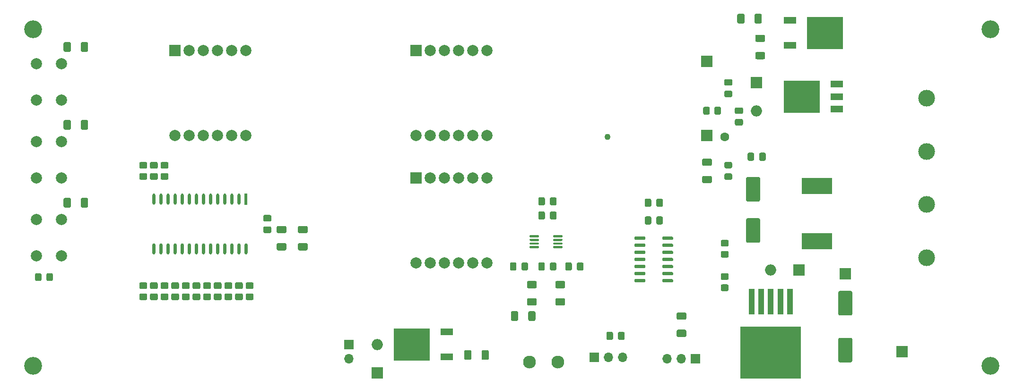
<source format=gbr>
%TF.GenerationSoftware,KiCad,Pcbnew,(5.1.9)-1*%
%TF.CreationDate,2021-10-09T23:30:21-04:00*%
%TF.ProjectId,Control Board,436f6e74-726f-46c2-9042-6f6172642e6b,rev?*%
%TF.SameCoordinates,Original*%
%TF.FileFunction,Soldermask,Top*%
%TF.FilePolarity,Negative*%
%FSLAX46Y46*%
G04 Gerber Fmt 4.6, Leading zero omitted, Abs format (unit mm)*
G04 Created by KiCad (PCBNEW (5.1.9)-1) date 2021-10-09 23:30:21*
%MOMM*%
%LPD*%
G01*
G04 APERTURE LIST*
%ADD10R,6.400000X5.800000*%
%ADD11R,2.200000X1.200000*%
%ADD12C,2.000000*%
%ADD13C,3.200000*%
%ADD14R,10.800000X9.400000*%
%ADD15R,1.100000X4.600000*%
%ADD16R,5.400000X2.900000*%
%ADD17O,2.000000X2.000000*%
%ADD18R,2.000000X2.000000*%
%ADD19O,1.700000X1.700000*%
%ADD20R,1.700000X1.700000*%
%ADD21R,0.541585X2.002791*%
%ADD22C,3.000000*%
%ADD23C,1.100000*%
%ADD24C,1.600000*%
%ADD25C,2.300000*%
G04 APERTURE END LIST*
D10*
%TO.C,U2*%
X209990000Y-61595000D03*
D11*
X216290000Y-59315000D03*
X216290000Y-61595000D03*
X216290000Y-63875000D03*
%TD*%
D12*
%TO.C,SW2*%
X77470000Y-69700000D03*
X72970000Y-69700000D03*
X77470000Y-76200000D03*
X72970000Y-76200000D03*
%TD*%
D13*
%TO.C,H1*%
X72390000Y-49530000D03*
%TD*%
%TO.C,H2*%
X72390000Y-109855000D03*
%TD*%
%TO.C,H4*%
X243840000Y-109855000D03*
%TD*%
%TO.C,H3*%
X243840000Y-49530000D03*
%TD*%
D14*
%TO.C,U5*%
X204470000Y-107515000D03*
D15*
X201070000Y-98365000D03*
X202770000Y-98365000D03*
X204470000Y-98365000D03*
X206170000Y-98365000D03*
X207870000Y-98365000D03*
%TD*%
%TO.C,R32*%
G36*
G01*
X195764999Y-89300000D02*
X196665001Y-89300000D01*
G75*
G02*
X196915000Y-89549999I0J-249999D01*
G01*
X196915000Y-90250001D01*
G75*
G02*
X196665001Y-90500000I-249999J0D01*
G01*
X195764999Y-90500000D01*
G75*
G02*
X195515000Y-90250001I0J249999D01*
G01*
X195515000Y-89549999D01*
G75*
G02*
X195764999Y-89300000I249999J0D01*
G01*
G37*
G36*
G01*
X195764999Y-87300000D02*
X196665001Y-87300000D01*
G75*
G02*
X196915000Y-87549999I0J-249999D01*
G01*
X196915000Y-88250001D01*
G75*
G02*
X196665001Y-88500000I-249999J0D01*
G01*
X195764999Y-88500000D01*
G75*
G02*
X195515000Y-88250001I0J249999D01*
G01*
X195515000Y-87549999D01*
G75*
G02*
X195764999Y-87300000I249999J0D01*
G01*
G37*
%TD*%
%TO.C,R31*%
G36*
G01*
X195764999Y-95285000D02*
X196665001Y-95285000D01*
G75*
G02*
X196915000Y-95534999I0J-249999D01*
G01*
X196915000Y-96235001D01*
G75*
G02*
X196665001Y-96485000I-249999J0D01*
G01*
X195764999Y-96485000D01*
G75*
G02*
X195515000Y-96235001I0J249999D01*
G01*
X195515000Y-95534999D01*
G75*
G02*
X195764999Y-95285000I249999J0D01*
G01*
G37*
G36*
G01*
X195764999Y-93285000D02*
X196665001Y-93285000D01*
G75*
G02*
X196915000Y-93534999I0J-249999D01*
G01*
X196915000Y-94235001D01*
G75*
G02*
X196665001Y-94485000I-249999J0D01*
G01*
X195764999Y-94485000D01*
G75*
G02*
X195515000Y-94235001I0J249999D01*
G01*
X195515000Y-93534999D01*
G75*
G02*
X195764999Y-93285000I249999J0D01*
G01*
G37*
%TD*%
D16*
%TO.C,L1*%
X212725000Y-77600000D03*
X212725000Y-87500000D03*
%TD*%
D17*
%TO.C,D6*%
X204470000Y-92710000D03*
D18*
X209550000Y-92710000D03*
%TD*%
%TO.C,C15*%
G36*
G01*
X202380000Y-72865000D02*
X202380000Y-71915000D01*
G75*
G02*
X202630000Y-71665000I250000J0D01*
G01*
X203305000Y-71665000D01*
G75*
G02*
X203555000Y-71915000I0J-250000D01*
G01*
X203555000Y-72865000D01*
G75*
G02*
X203305000Y-73115000I-250000J0D01*
G01*
X202630000Y-73115000D01*
G75*
G02*
X202380000Y-72865000I0J250000D01*
G01*
G37*
G36*
G01*
X200305000Y-72865000D02*
X200305000Y-71915000D01*
G75*
G02*
X200555000Y-71665000I250000J0D01*
G01*
X201230000Y-71665000D01*
G75*
G02*
X201480000Y-71915000I0J-250000D01*
G01*
X201480000Y-72865000D01*
G75*
G02*
X201230000Y-73115000I-250000J0D01*
G01*
X200555000Y-73115000D01*
G75*
G02*
X200305000Y-72865000I0J250000D01*
G01*
G37*
%TD*%
%TO.C,C14*%
G36*
G01*
X200295000Y-83415000D02*
X202295000Y-83415000D01*
G75*
G02*
X202545000Y-83665000I0J-250000D01*
G01*
X202545000Y-87565000D01*
G75*
G02*
X202295000Y-87815000I-250000J0D01*
G01*
X200295000Y-87815000D01*
G75*
G02*
X200045000Y-87565000I0J250000D01*
G01*
X200045000Y-83665000D01*
G75*
G02*
X200295000Y-83415000I250000J0D01*
G01*
G37*
G36*
G01*
X200295000Y-76015000D02*
X202295000Y-76015000D01*
G75*
G02*
X202545000Y-76265000I0J-250000D01*
G01*
X202545000Y-80165000D01*
G75*
G02*
X202295000Y-80415000I-250000J0D01*
G01*
X200295000Y-80415000D01*
G75*
G02*
X200045000Y-80165000I0J250000D01*
G01*
X200045000Y-76265000D01*
G75*
G02*
X200295000Y-76015000I250000J0D01*
G01*
G37*
%TD*%
%TO.C,C13*%
G36*
G01*
X216805000Y-104870000D02*
X218805000Y-104870000D01*
G75*
G02*
X219055000Y-105120000I0J-250000D01*
G01*
X219055000Y-109020000D01*
G75*
G02*
X218805000Y-109270000I-250000J0D01*
G01*
X216805000Y-109270000D01*
G75*
G02*
X216555000Y-109020000I0J250000D01*
G01*
X216555000Y-105120000D01*
G75*
G02*
X216805000Y-104870000I250000J0D01*
G01*
G37*
G36*
G01*
X216805000Y-96470000D02*
X218805000Y-96470000D01*
G75*
G02*
X219055000Y-96720000I0J-250000D01*
G01*
X219055000Y-100620000D01*
G75*
G02*
X218805000Y-100870000I-250000J0D01*
G01*
X216805000Y-100870000D01*
G75*
G02*
X216555000Y-100620000I0J250000D01*
G01*
X216555000Y-96720000D01*
G75*
G02*
X216805000Y-96470000I250000J0D01*
G01*
G37*
%TD*%
D17*
%TO.C,D5*%
X133985000Y-106045000D03*
D18*
X133985000Y-111125000D03*
%TD*%
%TO.C,R34*%
G36*
G01*
X201940000Y-53605000D02*
X203190000Y-53605000D01*
G75*
G02*
X203440000Y-53855000I0J-250000D01*
G01*
X203440000Y-54655000D01*
G75*
G02*
X203190000Y-54905000I-250000J0D01*
G01*
X201940000Y-54905000D01*
G75*
G02*
X201690000Y-54655000I0J250000D01*
G01*
X201690000Y-53855000D01*
G75*
G02*
X201940000Y-53605000I250000J0D01*
G01*
G37*
G36*
G01*
X201940000Y-50505000D02*
X203190000Y-50505000D01*
G75*
G02*
X203440000Y-50755000I0J-250000D01*
G01*
X203440000Y-51555000D01*
G75*
G02*
X203190000Y-51805000I-250000J0D01*
G01*
X201940000Y-51805000D01*
G75*
G02*
X201690000Y-51555000I0J250000D01*
G01*
X201690000Y-50755000D01*
G75*
G02*
X201940000Y-50505000I250000J0D01*
G01*
G37*
%TD*%
%TO.C,TP4*%
X227965000Y-107315000D03*
%TD*%
%TO.C,TP3*%
X193040000Y-68580000D03*
%TD*%
%TO.C,TP2*%
X193040000Y-55245000D03*
%TD*%
%TO.C,TP1*%
X217805000Y-93345000D03*
%TD*%
%TO.C,R33*%
G36*
G01*
X152665000Y-108575000D02*
X152665000Y-107325000D01*
G75*
G02*
X152915000Y-107075000I250000J0D01*
G01*
X153715000Y-107075000D01*
G75*
G02*
X153965000Y-107325000I0J-250000D01*
G01*
X153965000Y-108575000D01*
G75*
G02*
X153715000Y-108825000I-250000J0D01*
G01*
X152915000Y-108825000D01*
G75*
G02*
X152665000Y-108575000I0J250000D01*
G01*
G37*
G36*
G01*
X149565000Y-108575000D02*
X149565000Y-107325000D01*
G75*
G02*
X149815000Y-107075000I250000J0D01*
G01*
X150615000Y-107075000D01*
G75*
G02*
X150865000Y-107325000I0J-250000D01*
G01*
X150865000Y-108575000D01*
G75*
G02*
X150615000Y-108825000I-250000J0D01*
G01*
X149815000Y-108825000D01*
G75*
G02*
X149565000Y-108575000I0J250000D01*
G01*
G37*
%TD*%
D10*
%TO.C,Q2*%
X140140000Y-106045000D03*
D11*
X146440000Y-103765000D03*
X146440000Y-108325000D03*
%TD*%
D19*
%TO.C,J6*%
X128905000Y-108585000D03*
D20*
X128905000Y-106045000D03*
%TD*%
%TO.C,U1*%
G36*
G01*
X185015000Y-87145000D02*
X185015000Y-86845000D01*
G75*
G02*
X185165000Y-86695000I150000J0D01*
G01*
X186815000Y-86695000D01*
G75*
G02*
X186965000Y-86845000I0J-150000D01*
G01*
X186965000Y-87145000D01*
G75*
G02*
X186815000Y-87295000I-150000J0D01*
G01*
X185165000Y-87295000D01*
G75*
G02*
X185015000Y-87145000I0J150000D01*
G01*
G37*
G36*
G01*
X185015000Y-88415000D02*
X185015000Y-88115000D01*
G75*
G02*
X185165000Y-87965000I150000J0D01*
G01*
X186815000Y-87965000D01*
G75*
G02*
X186965000Y-88115000I0J-150000D01*
G01*
X186965000Y-88415000D01*
G75*
G02*
X186815000Y-88565000I-150000J0D01*
G01*
X185165000Y-88565000D01*
G75*
G02*
X185015000Y-88415000I0J150000D01*
G01*
G37*
G36*
G01*
X185015000Y-89685000D02*
X185015000Y-89385000D01*
G75*
G02*
X185165000Y-89235000I150000J0D01*
G01*
X186815000Y-89235000D01*
G75*
G02*
X186965000Y-89385000I0J-150000D01*
G01*
X186965000Y-89685000D01*
G75*
G02*
X186815000Y-89835000I-150000J0D01*
G01*
X185165000Y-89835000D01*
G75*
G02*
X185015000Y-89685000I0J150000D01*
G01*
G37*
G36*
G01*
X185015000Y-90955000D02*
X185015000Y-90655000D01*
G75*
G02*
X185165000Y-90505000I150000J0D01*
G01*
X186815000Y-90505000D01*
G75*
G02*
X186965000Y-90655000I0J-150000D01*
G01*
X186965000Y-90955000D01*
G75*
G02*
X186815000Y-91105000I-150000J0D01*
G01*
X185165000Y-91105000D01*
G75*
G02*
X185015000Y-90955000I0J150000D01*
G01*
G37*
G36*
G01*
X185015000Y-92225000D02*
X185015000Y-91925000D01*
G75*
G02*
X185165000Y-91775000I150000J0D01*
G01*
X186815000Y-91775000D01*
G75*
G02*
X186965000Y-91925000I0J-150000D01*
G01*
X186965000Y-92225000D01*
G75*
G02*
X186815000Y-92375000I-150000J0D01*
G01*
X185165000Y-92375000D01*
G75*
G02*
X185015000Y-92225000I0J150000D01*
G01*
G37*
G36*
G01*
X185015000Y-93495000D02*
X185015000Y-93195000D01*
G75*
G02*
X185165000Y-93045000I150000J0D01*
G01*
X186815000Y-93045000D01*
G75*
G02*
X186965000Y-93195000I0J-150000D01*
G01*
X186965000Y-93495000D01*
G75*
G02*
X186815000Y-93645000I-150000J0D01*
G01*
X185165000Y-93645000D01*
G75*
G02*
X185015000Y-93495000I0J150000D01*
G01*
G37*
G36*
G01*
X185015000Y-94765000D02*
X185015000Y-94465000D01*
G75*
G02*
X185165000Y-94315000I150000J0D01*
G01*
X186815000Y-94315000D01*
G75*
G02*
X186965000Y-94465000I0J-150000D01*
G01*
X186965000Y-94765000D01*
G75*
G02*
X186815000Y-94915000I-150000J0D01*
G01*
X185165000Y-94915000D01*
G75*
G02*
X185015000Y-94765000I0J150000D01*
G01*
G37*
G36*
G01*
X180065000Y-94765000D02*
X180065000Y-94465000D01*
G75*
G02*
X180215000Y-94315000I150000J0D01*
G01*
X181865000Y-94315000D01*
G75*
G02*
X182015000Y-94465000I0J-150000D01*
G01*
X182015000Y-94765000D01*
G75*
G02*
X181865000Y-94915000I-150000J0D01*
G01*
X180215000Y-94915000D01*
G75*
G02*
X180065000Y-94765000I0J150000D01*
G01*
G37*
G36*
G01*
X180065000Y-93495000D02*
X180065000Y-93195000D01*
G75*
G02*
X180215000Y-93045000I150000J0D01*
G01*
X181865000Y-93045000D01*
G75*
G02*
X182015000Y-93195000I0J-150000D01*
G01*
X182015000Y-93495000D01*
G75*
G02*
X181865000Y-93645000I-150000J0D01*
G01*
X180215000Y-93645000D01*
G75*
G02*
X180065000Y-93495000I0J150000D01*
G01*
G37*
G36*
G01*
X180065000Y-92225000D02*
X180065000Y-91925000D01*
G75*
G02*
X180215000Y-91775000I150000J0D01*
G01*
X181865000Y-91775000D01*
G75*
G02*
X182015000Y-91925000I0J-150000D01*
G01*
X182015000Y-92225000D01*
G75*
G02*
X181865000Y-92375000I-150000J0D01*
G01*
X180215000Y-92375000D01*
G75*
G02*
X180065000Y-92225000I0J150000D01*
G01*
G37*
G36*
G01*
X180065000Y-90955000D02*
X180065000Y-90655000D01*
G75*
G02*
X180215000Y-90505000I150000J0D01*
G01*
X181865000Y-90505000D01*
G75*
G02*
X182015000Y-90655000I0J-150000D01*
G01*
X182015000Y-90955000D01*
G75*
G02*
X181865000Y-91105000I-150000J0D01*
G01*
X180215000Y-91105000D01*
G75*
G02*
X180065000Y-90955000I0J150000D01*
G01*
G37*
G36*
G01*
X180065000Y-89685000D02*
X180065000Y-89385000D01*
G75*
G02*
X180215000Y-89235000I150000J0D01*
G01*
X181865000Y-89235000D01*
G75*
G02*
X182015000Y-89385000I0J-150000D01*
G01*
X182015000Y-89685000D01*
G75*
G02*
X181865000Y-89835000I-150000J0D01*
G01*
X180215000Y-89835000D01*
G75*
G02*
X180065000Y-89685000I0J150000D01*
G01*
G37*
G36*
G01*
X180065000Y-88415000D02*
X180065000Y-88115000D01*
G75*
G02*
X180215000Y-87965000I150000J0D01*
G01*
X181865000Y-87965000D01*
G75*
G02*
X182015000Y-88115000I0J-150000D01*
G01*
X182015000Y-88415000D01*
G75*
G02*
X181865000Y-88565000I-150000J0D01*
G01*
X180215000Y-88565000D01*
G75*
G02*
X180065000Y-88415000I0J150000D01*
G01*
G37*
G36*
G01*
X180065000Y-87145000D02*
X180065000Y-86845000D01*
G75*
G02*
X180215000Y-86695000I150000J0D01*
G01*
X181865000Y-86695000D01*
G75*
G02*
X182015000Y-86845000I0J-150000D01*
G01*
X182015000Y-87145000D01*
G75*
G02*
X181865000Y-87295000I-150000J0D01*
G01*
X180215000Y-87295000D01*
G75*
G02*
X180065000Y-87145000I0J150000D01*
G01*
G37*
%TD*%
D12*
%TO.C,DS3*%
X97790000Y-68580000D03*
X100330000Y-68580000D03*
X102870000Y-68580000D03*
X105410000Y-68580000D03*
X107950000Y-68580000D03*
X110490000Y-68580000D03*
X110490000Y-53340000D03*
X107950000Y-53340000D03*
X105410000Y-53340000D03*
X102870000Y-53340000D03*
X100330000Y-53340000D03*
D18*
X97790000Y-53340000D03*
%TD*%
D10*
%TO.C,Q1*%
X214190000Y-50165000D03*
D11*
X207890000Y-52445000D03*
X207890000Y-47885000D03*
%TD*%
%TO.C,D3*%
G36*
G01*
X74745000Y-94430001D02*
X74745000Y-93529999D01*
G75*
G02*
X74994999Y-93280000I249999J0D01*
G01*
X75645001Y-93280000D01*
G75*
G02*
X75895000Y-93529999I0J-249999D01*
G01*
X75895000Y-94430001D01*
G75*
G02*
X75645001Y-94680000I-249999J0D01*
G01*
X74994999Y-94680000D01*
G75*
G02*
X74745000Y-94430001I0J249999D01*
G01*
G37*
G36*
G01*
X72695000Y-94430001D02*
X72695000Y-93529999D01*
G75*
G02*
X72944999Y-93280000I249999J0D01*
G01*
X73595001Y-93280000D01*
G75*
G02*
X73845000Y-93529999I0J-249999D01*
G01*
X73845000Y-94430001D01*
G75*
G02*
X73595001Y-94680000I-249999J0D01*
G01*
X72944999Y-94680000D01*
G75*
G02*
X72695000Y-94430001I0J249999D01*
G01*
G37*
%TD*%
%TO.C,R22*%
G36*
G01*
X95434999Y-75330000D02*
X96335001Y-75330000D01*
G75*
G02*
X96585000Y-75579999I0J-249999D01*
G01*
X96585000Y-76280001D01*
G75*
G02*
X96335001Y-76530000I-249999J0D01*
G01*
X95434999Y-76530000D01*
G75*
G02*
X95185000Y-76280001I0J249999D01*
G01*
X95185000Y-75579999D01*
G75*
G02*
X95434999Y-75330000I249999J0D01*
G01*
G37*
G36*
G01*
X95434999Y-73330000D02*
X96335001Y-73330000D01*
G75*
G02*
X96585000Y-73579999I0J-249999D01*
G01*
X96585000Y-74280001D01*
G75*
G02*
X96335001Y-74530000I-249999J0D01*
G01*
X95434999Y-74530000D01*
G75*
G02*
X95185000Y-74280001I0J249999D01*
G01*
X95185000Y-73579999D01*
G75*
G02*
X95434999Y-73330000I249999J0D01*
G01*
G37*
%TD*%
%TO.C,R21*%
G36*
G01*
X93529999Y-75330000D02*
X94430001Y-75330000D01*
G75*
G02*
X94680000Y-75579999I0J-249999D01*
G01*
X94680000Y-76280001D01*
G75*
G02*
X94430001Y-76530000I-249999J0D01*
G01*
X93529999Y-76530000D01*
G75*
G02*
X93280000Y-76280001I0J249999D01*
G01*
X93280000Y-75579999D01*
G75*
G02*
X93529999Y-75330000I249999J0D01*
G01*
G37*
G36*
G01*
X93529999Y-73330000D02*
X94430001Y-73330000D01*
G75*
G02*
X94680000Y-73579999I0J-249999D01*
G01*
X94680000Y-74280001D01*
G75*
G02*
X94430001Y-74530000I-249999J0D01*
G01*
X93529999Y-74530000D01*
G75*
G02*
X93280000Y-74280001I0J249999D01*
G01*
X93280000Y-73579999D01*
G75*
G02*
X93529999Y-73330000I249999J0D01*
G01*
G37*
%TD*%
%TO.C,R20*%
G36*
G01*
X91624999Y-75330000D02*
X92525001Y-75330000D01*
G75*
G02*
X92775000Y-75579999I0J-249999D01*
G01*
X92775000Y-76280001D01*
G75*
G02*
X92525001Y-76530000I-249999J0D01*
G01*
X91624999Y-76530000D01*
G75*
G02*
X91375000Y-76280001I0J249999D01*
G01*
X91375000Y-75579999D01*
G75*
G02*
X91624999Y-75330000I249999J0D01*
G01*
G37*
G36*
G01*
X91624999Y-73330000D02*
X92525001Y-73330000D01*
G75*
G02*
X92775000Y-73579999I0J-249999D01*
G01*
X92775000Y-74280001D01*
G75*
G02*
X92525001Y-74530000I-249999J0D01*
G01*
X91624999Y-74530000D01*
G75*
G02*
X91375000Y-74280001I0J249999D01*
G01*
X91375000Y-73579999D01*
G75*
G02*
X91624999Y-73330000I249999J0D01*
G01*
G37*
%TD*%
%TO.C,R19*%
G36*
G01*
X92525001Y-96120000D02*
X91624999Y-96120000D01*
G75*
G02*
X91375000Y-95870001I0J249999D01*
G01*
X91375000Y-95169999D01*
G75*
G02*
X91624999Y-94920000I249999J0D01*
G01*
X92525001Y-94920000D01*
G75*
G02*
X92775000Y-95169999I0J-249999D01*
G01*
X92775000Y-95870001D01*
G75*
G02*
X92525001Y-96120000I-249999J0D01*
G01*
G37*
G36*
G01*
X92525001Y-98120000D02*
X91624999Y-98120000D01*
G75*
G02*
X91375000Y-97870001I0J249999D01*
G01*
X91375000Y-97169999D01*
G75*
G02*
X91624999Y-96920000I249999J0D01*
G01*
X92525001Y-96920000D01*
G75*
G02*
X92775000Y-97169999I0J-249999D01*
G01*
X92775000Y-97870001D01*
G75*
G02*
X92525001Y-98120000I-249999J0D01*
G01*
G37*
%TD*%
%TO.C,R18*%
G36*
G01*
X94430001Y-96120000D02*
X93529999Y-96120000D01*
G75*
G02*
X93280000Y-95870001I0J249999D01*
G01*
X93280000Y-95169999D01*
G75*
G02*
X93529999Y-94920000I249999J0D01*
G01*
X94430001Y-94920000D01*
G75*
G02*
X94680000Y-95169999I0J-249999D01*
G01*
X94680000Y-95870001D01*
G75*
G02*
X94430001Y-96120000I-249999J0D01*
G01*
G37*
G36*
G01*
X94430001Y-98120000D02*
X93529999Y-98120000D01*
G75*
G02*
X93280000Y-97870001I0J249999D01*
G01*
X93280000Y-97169999D01*
G75*
G02*
X93529999Y-96920000I249999J0D01*
G01*
X94430001Y-96920000D01*
G75*
G02*
X94680000Y-97169999I0J-249999D01*
G01*
X94680000Y-97870001D01*
G75*
G02*
X94430001Y-98120000I-249999J0D01*
G01*
G37*
%TD*%
%TO.C,R17*%
G36*
G01*
X96335001Y-96120000D02*
X95434999Y-96120000D01*
G75*
G02*
X95185000Y-95870001I0J249999D01*
G01*
X95185000Y-95169999D01*
G75*
G02*
X95434999Y-94920000I249999J0D01*
G01*
X96335001Y-94920000D01*
G75*
G02*
X96585000Y-95169999I0J-249999D01*
G01*
X96585000Y-95870001D01*
G75*
G02*
X96335001Y-96120000I-249999J0D01*
G01*
G37*
G36*
G01*
X96335001Y-98120000D02*
X95434999Y-98120000D01*
G75*
G02*
X95185000Y-97870001I0J249999D01*
G01*
X95185000Y-97169999D01*
G75*
G02*
X95434999Y-96920000I249999J0D01*
G01*
X96335001Y-96920000D01*
G75*
G02*
X96585000Y-97169999I0J-249999D01*
G01*
X96585000Y-97870001D01*
G75*
G02*
X96335001Y-98120000I-249999J0D01*
G01*
G37*
%TD*%
%TO.C,R16*%
G36*
G01*
X98240001Y-96120000D02*
X97339999Y-96120000D01*
G75*
G02*
X97090000Y-95870001I0J249999D01*
G01*
X97090000Y-95169999D01*
G75*
G02*
X97339999Y-94920000I249999J0D01*
G01*
X98240001Y-94920000D01*
G75*
G02*
X98490000Y-95169999I0J-249999D01*
G01*
X98490000Y-95870001D01*
G75*
G02*
X98240001Y-96120000I-249999J0D01*
G01*
G37*
G36*
G01*
X98240001Y-98120000D02*
X97339999Y-98120000D01*
G75*
G02*
X97090000Y-97870001I0J249999D01*
G01*
X97090000Y-97169999D01*
G75*
G02*
X97339999Y-96920000I249999J0D01*
G01*
X98240001Y-96920000D01*
G75*
G02*
X98490000Y-97169999I0J-249999D01*
G01*
X98490000Y-97870001D01*
G75*
G02*
X98240001Y-98120000I-249999J0D01*
G01*
G37*
%TD*%
%TO.C,R15*%
G36*
G01*
X100145001Y-96120000D02*
X99244999Y-96120000D01*
G75*
G02*
X98995000Y-95870001I0J249999D01*
G01*
X98995000Y-95169999D01*
G75*
G02*
X99244999Y-94920000I249999J0D01*
G01*
X100145001Y-94920000D01*
G75*
G02*
X100395000Y-95169999I0J-249999D01*
G01*
X100395000Y-95870001D01*
G75*
G02*
X100145001Y-96120000I-249999J0D01*
G01*
G37*
G36*
G01*
X100145001Y-98120000D02*
X99244999Y-98120000D01*
G75*
G02*
X98995000Y-97870001I0J249999D01*
G01*
X98995000Y-97169999D01*
G75*
G02*
X99244999Y-96920000I249999J0D01*
G01*
X100145001Y-96920000D01*
G75*
G02*
X100395000Y-97169999I0J-249999D01*
G01*
X100395000Y-97870001D01*
G75*
G02*
X100145001Y-98120000I-249999J0D01*
G01*
G37*
%TD*%
%TO.C,R14*%
G36*
G01*
X102050001Y-96120000D02*
X101149999Y-96120000D01*
G75*
G02*
X100900000Y-95870001I0J249999D01*
G01*
X100900000Y-95169999D01*
G75*
G02*
X101149999Y-94920000I249999J0D01*
G01*
X102050001Y-94920000D01*
G75*
G02*
X102300000Y-95169999I0J-249999D01*
G01*
X102300000Y-95870001D01*
G75*
G02*
X102050001Y-96120000I-249999J0D01*
G01*
G37*
G36*
G01*
X102050001Y-98120000D02*
X101149999Y-98120000D01*
G75*
G02*
X100900000Y-97870001I0J249999D01*
G01*
X100900000Y-97169999D01*
G75*
G02*
X101149999Y-96920000I249999J0D01*
G01*
X102050001Y-96920000D01*
G75*
G02*
X102300000Y-97169999I0J-249999D01*
G01*
X102300000Y-97870001D01*
G75*
G02*
X102050001Y-98120000I-249999J0D01*
G01*
G37*
%TD*%
%TO.C,R13*%
G36*
G01*
X103955001Y-96120000D02*
X103054999Y-96120000D01*
G75*
G02*
X102805000Y-95870001I0J249999D01*
G01*
X102805000Y-95169999D01*
G75*
G02*
X103054999Y-94920000I249999J0D01*
G01*
X103955001Y-94920000D01*
G75*
G02*
X104205000Y-95169999I0J-249999D01*
G01*
X104205000Y-95870001D01*
G75*
G02*
X103955001Y-96120000I-249999J0D01*
G01*
G37*
G36*
G01*
X103955001Y-98120000D02*
X103054999Y-98120000D01*
G75*
G02*
X102805000Y-97870001I0J249999D01*
G01*
X102805000Y-97169999D01*
G75*
G02*
X103054999Y-96920000I249999J0D01*
G01*
X103955001Y-96920000D01*
G75*
G02*
X104205000Y-97169999I0J-249999D01*
G01*
X104205000Y-97870001D01*
G75*
G02*
X103955001Y-98120000I-249999J0D01*
G01*
G37*
%TD*%
%TO.C,R12*%
G36*
G01*
X105860001Y-96120000D02*
X104959999Y-96120000D01*
G75*
G02*
X104710000Y-95870001I0J249999D01*
G01*
X104710000Y-95169999D01*
G75*
G02*
X104959999Y-94920000I249999J0D01*
G01*
X105860001Y-94920000D01*
G75*
G02*
X106110000Y-95169999I0J-249999D01*
G01*
X106110000Y-95870001D01*
G75*
G02*
X105860001Y-96120000I-249999J0D01*
G01*
G37*
G36*
G01*
X105860001Y-98120000D02*
X104959999Y-98120000D01*
G75*
G02*
X104710000Y-97870001I0J249999D01*
G01*
X104710000Y-97169999D01*
G75*
G02*
X104959999Y-96920000I249999J0D01*
G01*
X105860001Y-96920000D01*
G75*
G02*
X106110000Y-97169999I0J-249999D01*
G01*
X106110000Y-97870001D01*
G75*
G02*
X105860001Y-98120000I-249999J0D01*
G01*
G37*
%TD*%
%TO.C,R11*%
G36*
G01*
X107765001Y-96120000D02*
X106864999Y-96120000D01*
G75*
G02*
X106615000Y-95870001I0J249999D01*
G01*
X106615000Y-95169999D01*
G75*
G02*
X106864999Y-94920000I249999J0D01*
G01*
X107765001Y-94920000D01*
G75*
G02*
X108015000Y-95169999I0J-249999D01*
G01*
X108015000Y-95870001D01*
G75*
G02*
X107765001Y-96120000I-249999J0D01*
G01*
G37*
G36*
G01*
X107765001Y-98120000D02*
X106864999Y-98120000D01*
G75*
G02*
X106615000Y-97870001I0J249999D01*
G01*
X106615000Y-97169999D01*
G75*
G02*
X106864999Y-96920000I249999J0D01*
G01*
X107765001Y-96920000D01*
G75*
G02*
X108015000Y-97169999I0J-249999D01*
G01*
X108015000Y-97870001D01*
G75*
G02*
X107765001Y-98120000I-249999J0D01*
G01*
G37*
%TD*%
%TO.C,R10*%
G36*
G01*
X109670001Y-96120000D02*
X108769999Y-96120000D01*
G75*
G02*
X108520000Y-95870001I0J249999D01*
G01*
X108520000Y-95169999D01*
G75*
G02*
X108769999Y-94920000I249999J0D01*
G01*
X109670001Y-94920000D01*
G75*
G02*
X109920000Y-95169999I0J-249999D01*
G01*
X109920000Y-95870001D01*
G75*
G02*
X109670001Y-96120000I-249999J0D01*
G01*
G37*
G36*
G01*
X109670001Y-98120000D02*
X108769999Y-98120000D01*
G75*
G02*
X108520000Y-97870001I0J249999D01*
G01*
X108520000Y-97169999D01*
G75*
G02*
X108769999Y-96920000I249999J0D01*
G01*
X109670001Y-96920000D01*
G75*
G02*
X109920000Y-97169999I0J-249999D01*
G01*
X109920000Y-97870001D01*
G75*
G02*
X109670001Y-98120000I-249999J0D01*
G01*
G37*
%TD*%
%TO.C,R9*%
G36*
G01*
X111575001Y-96120000D02*
X110674999Y-96120000D01*
G75*
G02*
X110425000Y-95870001I0J249999D01*
G01*
X110425000Y-95169999D01*
G75*
G02*
X110674999Y-94920000I249999J0D01*
G01*
X111575001Y-94920000D01*
G75*
G02*
X111825000Y-95169999I0J-249999D01*
G01*
X111825000Y-95870001D01*
G75*
G02*
X111575001Y-96120000I-249999J0D01*
G01*
G37*
G36*
G01*
X111575001Y-98120000D02*
X110674999Y-98120000D01*
G75*
G02*
X110425000Y-97870001I0J249999D01*
G01*
X110425000Y-97169999D01*
G75*
G02*
X110674999Y-96920000I249999J0D01*
G01*
X111575001Y-96920000D01*
G75*
G02*
X111825000Y-97169999I0J-249999D01*
G01*
X111825000Y-97870001D01*
G75*
G02*
X111575001Y-98120000I-249999J0D01*
G01*
G37*
%TD*%
%TO.C,U4*%
G36*
G01*
X110489999Y-87924098D02*
X110490001Y-87924098D01*
G75*
G02*
X110760792Y-88194889I0J-270791D01*
G01*
X110760792Y-89656097D01*
G75*
G02*
X110490001Y-89926888I-270791J0D01*
G01*
X110489999Y-89926888D01*
G75*
G02*
X110219208Y-89656097I0J270791D01*
G01*
X110219208Y-88194889D01*
G75*
G02*
X110489999Y-87924098I270791J0D01*
G01*
G37*
G36*
G01*
X109219999Y-87924098D02*
X109220001Y-87924098D01*
G75*
G02*
X109490792Y-88194889I0J-270791D01*
G01*
X109490792Y-89656097D01*
G75*
G02*
X109220001Y-89926888I-270791J0D01*
G01*
X109219999Y-89926888D01*
G75*
G02*
X108949208Y-89656097I0J270791D01*
G01*
X108949208Y-88194889D01*
G75*
G02*
X109219999Y-87924098I270791J0D01*
G01*
G37*
G36*
G01*
X107949999Y-87924098D02*
X107950001Y-87924098D01*
G75*
G02*
X108220792Y-88194889I0J-270791D01*
G01*
X108220792Y-89656097D01*
G75*
G02*
X107950001Y-89926888I-270791J0D01*
G01*
X107949999Y-89926888D01*
G75*
G02*
X107679208Y-89656097I0J270791D01*
G01*
X107679208Y-88194889D01*
G75*
G02*
X107949999Y-87924098I270791J0D01*
G01*
G37*
G36*
G01*
X106679999Y-87924098D02*
X106680001Y-87924098D01*
G75*
G02*
X106950792Y-88194889I0J-270791D01*
G01*
X106950792Y-89656097D01*
G75*
G02*
X106680001Y-89926888I-270791J0D01*
G01*
X106679999Y-89926888D01*
G75*
G02*
X106409208Y-89656097I0J270791D01*
G01*
X106409208Y-88194889D01*
G75*
G02*
X106679999Y-87924098I270791J0D01*
G01*
G37*
G36*
G01*
X105409999Y-87924098D02*
X105410001Y-87924098D01*
G75*
G02*
X105680792Y-88194889I0J-270791D01*
G01*
X105680792Y-89656097D01*
G75*
G02*
X105410001Y-89926888I-270791J0D01*
G01*
X105409999Y-89926888D01*
G75*
G02*
X105139208Y-89656097I0J270791D01*
G01*
X105139208Y-88194889D01*
G75*
G02*
X105409999Y-87924098I270791J0D01*
G01*
G37*
G36*
G01*
X104139999Y-87924098D02*
X104140001Y-87924098D01*
G75*
G02*
X104410792Y-88194889I0J-270791D01*
G01*
X104410792Y-89656097D01*
G75*
G02*
X104140001Y-89926888I-270791J0D01*
G01*
X104139999Y-89926888D01*
G75*
G02*
X103869208Y-89656097I0J270791D01*
G01*
X103869208Y-88194889D01*
G75*
G02*
X104139999Y-87924098I270791J0D01*
G01*
G37*
G36*
G01*
X102869999Y-87924098D02*
X102870001Y-87924098D01*
G75*
G02*
X103140792Y-88194889I0J-270791D01*
G01*
X103140792Y-89656097D01*
G75*
G02*
X102870001Y-89926888I-270791J0D01*
G01*
X102869999Y-89926888D01*
G75*
G02*
X102599208Y-89656097I0J270791D01*
G01*
X102599208Y-88194889D01*
G75*
G02*
X102869999Y-87924098I270791J0D01*
G01*
G37*
G36*
G01*
X101599998Y-87924098D02*
X101600000Y-87924098D01*
G75*
G02*
X101870791Y-88194889I0J-270791D01*
G01*
X101870791Y-89656097D01*
G75*
G02*
X101600000Y-89926888I-270791J0D01*
G01*
X101599998Y-89926888D01*
G75*
G02*
X101329207Y-89656097I0J270791D01*
G01*
X101329207Y-88194889D01*
G75*
G02*
X101599998Y-87924098I270791J0D01*
G01*
G37*
G36*
G01*
X100329998Y-87924098D02*
X100330000Y-87924098D01*
G75*
G02*
X100600791Y-88194889I0J-270791D01*
G01*
X100600791Y-89656097D01*
G75*
G02*
X100330000Y-89926888I-270791J0D01*
G01*
X100329998Y-89926888D01*
G75*
G02*
X100059207Y-89656097I0J270791D01*
G01*
X100059207Y-88194889D01*
G75*
G02*
X100329998Y-87924098I270791J0D01*
G01*
G37*
G36*
G01*
X99059998Y-87924098D02*
X99060000Y-87924098D01*
G75*
G02*
X99330791Y-88194889I0J-270791D01*
G01*
X99330791Y-89656097D01*
G75*
G02*
X99060000Y-89926888I-270791J0D01*
G01*
X99059998Y-89926888D01*
G75*
G02*
X98789207Y-89656097I0J270791D01*
G01*
X98789207Y-88194889D01*
G75*
G02*
X99059998Y-87924098I270791J0D01*
G01*
G37*
G36*
G01*
X97789998Y-87924098D02*
X97790000Y-87924098D01*
G75*
G02*
X98060791Y-88194889I0J-270791D01*
G01*
X98060791Y-89656097D01*
G75*
G02*
X97790000Y-89926888I-270791J0D01*
G01*
X97789998Y-89926888D01*
G75*
G02*
X97519207Y-89656097I0J270791D01*
G01*
X97519207Y-88194889D01*
G75*
G02*
X97789998Y-87924098I270791J0D01*
G01*
G37*
G36*
G01*
X96519998Y-87924098D02*
X96520000Y-87924098D01*
G75*
G02*
X96790791Y-88194889I0J-270791D01*
G01*
X96790791Y-89656097D01*
G75*
G02*
X96520000Y-89926888I-270791J0D01*
G01*
X96519998Y-89926888D01*
G75*
G02*
X96249207Y-89656097I0J270791D01*
G01*
X96249207Y-88194889D01*
G75*
G02*
X96519998Y-87924098I270791J0D01*
G01*
G37*
G36*
G01*
X95249998Y-87924098D02*
X95250000Y-87924098D01*
G75*
G02*
X95520791Y-88194889I0J-270791D01*
G01*
X95520791Y-89656097D01*
G75*
G02*
X95250000Y-89926888I-270791J0D01*
G01*
X95249998Y-89926888D01*
G75*
G02*
X94979207Y-89656097I0J270791D01*
G01*
X94979207Y-88194889D01*
G75*
G02*
X95249998Y-87924098I270791J0D01*
G01*
G37*
G36*
G01*
X93979999Y-87924098D02*
X93980001Y-87924098D01*
G75*
G02*
X94250792Y-88194889I0J-270791D01*
G01*
X94250792Y-89656097D01*
G75*
G02*
X93980001Y-89926888I-270791J0D01*
G01*
X93979999Y-89926888D01*
G75*
G02*
X93709208Y-89656097I0J270791D01*
G01*
X93709208Y-88194889D01*
G75*
G02*
X93979999Y-87924098I270791J0D01*
G01*
G37*
G36*
G01*
X93979999Y-78983113D02*
X93980001Y-78983113D01*
G75*
G02*
X94250792Y-79253904I0J-270791D01*
G01*
X94250792Y-80715112D01*
G75*
G02*
X93980001Y-80985903I-270791J0D01*
G01*
X93979999Y-80985903D01*
G75*
G02*
X93709208Y-80715112I0J270791D01*
G01*
X93709208Y-79253904D01*
G75*
G02*
X93979999Y-78983113I270791J0D01*
G01*
G37*
G36*
G01*
X95249998Y-78983113D02*
X95250000Y-78983113D01*
G75*
G02*
X95520791Y-79253904I0J-270791D01*
G01*
X95520791Y-80715112D01*
G75*
G02*
X95250000Y-80985903I-270791J0D01*
G01*
X95249998Y-80985903D01*
G75*
G02*
X94979207Y-80715112I0J270791D01*
G01*
X94979207Y-79253904D01*
G75*
G02*
X95249998Y-78983113I270791J0D01*
G01*
G37*
G36*
G01*
X96519998Y-78983113D02*
X96520000Y-78983113D01*
G75*
G02*
X96790791Y-79253904I0J-270791D01*
G01*
X96790791Y-80715112D01*
G75*
G02*
X96520000Y-80985903I-270791J0D01*
G01*
X96519998Y-80985903D01*
G75*
G02*
X96249207Y-80715112I0J270791D01*
G01*
X96249207Y-79253904D01*
G75*
G02*
X96519998Y-78983113I270791J0D01*
G01*
G37*
G36*
G01*
X97789998Y-78983113D02*
X97790000Y-78983113D01*
G75*
G02*
X98060791Y-79253904I0J-270791D01*
G01*
X98060791Y-80715112D01*
G75*
G02*
X97790000Y-80985903I-270791J0D01*
G01*
X97789998Y-80985903D01*
G75*
G02*
X97519207Y-80715112I0J270791D01*
G01*
X97519207Y-79253904D01*
G75*
G02*
X97789998Y-78983113I270791J0D01*
G01*
G37*
G36*
G01*
X99059998Y-78983113D02*
X99060000Y-78983113D01*
G75*
G02*
X99330791Y-79253904I0J-270791D01*
G01*
X99330791Y-80715112D01*
G75*
G02*
X99060000Y-80985903I-270791J0D01*
G01*
X99059998Y-80985903D01*
G75*
G02*
X98789207Y-80715112I0J270791D01*
G01*
X98789207Y-79253904D01*
G75*
G02*
X99059998Y-78983113I270791J0D01*
G01*
G37*
G36*
G01*
X100329998Y-78983113D02*
X100330000Y-78983113D01*
G75*
G02*
X100600791Y-79253904I0J-270791D01*
G01*
X100600791Y-80715112D01*
G75*
G02*
X100330000Y-80985903I-270791J0D01*
G01*
X100329998Y-80985903D01*
G75*
G02*
X100059207Y-80715112I0J270791D01*
G01*
X100059207Y-79253904D01*
G75*
G02*
X100329998Y-78983113I270791J0D01*
G01*
G37*
G36*
G01*
X101599998Y-78983113D02*
X101600000Y-78983113D01*
G75*
G02*
X101870791Y-79253904I0J-270791D01*
G01*
X101870791Y-80715112D01*
G75*
G02*
X101600000Y-80985903I-270791J0D01*
G01*
X101599998Y-80985903D01*
G75*
G02*
X101329207Y-80715112I0J270791D01*
G01*
X101329207Y-79253904D01*
G75*
G02*
X101599998Y-78983113I270791J0D01*
G01*
G37*
G36*
G01*
X102869999Y-78983113D02*
X102870001Y-78983113D01*
G75*
G02*
X103140792Y-79253904I0J-270791D01*
G01*
X103140792Y-80715112D01*
G75*
G02*
X102870001Y-80985903I-270791J0D01*
G01*
X102869999Y-80985903D01*
G75*
G02*
X102599208Y-80715112I0J270791D01*
G01*
X102599208Y-79253904D01*
G75*
G02*
X102869999Y-78983113I270791J0D01*
G01*
G37*
G36*
G01*
X104139999Y-78983113D02*
X104140001Y-78983113D01*
G75*
G02*
X104410792Y-79253904I0J-270791D01*
G01*
X104410792Y-80715112D01*
G75*
G02*
X104140001Y-80985903I-270791J0D01*
G01*
X104139999Y-80985903D01*
G75*
G02*
X103869208Y-80715112I0J270791D01*
G01*
X103869208Y-79253904D01*
G75*
G02*
X104139999Y-78983113I270791J0D01*
G01*
G37*
G36*
G01*
X105409999Y-78983113D02*
X105410001Y-78983113D01*
G75*
G02*
X105680792Y-79253904I0J-270791D01*
G01*
X105680792Y-80715112D01*
G75*
G02*
X105410001Y-80985903I-270791J0D01*
G01*
X105409999Y-80985903D01*
G75*
G02*
X105139208Y-80715112I0J270791D01*
G01*
X105139208Y-79253904D01*
G75*
G02*
X105409999Y-78983113I270791J0D01*
G01*
G37*
G36*
G01*
X106679999Y-78983113D02*
X106680001Y-78983113D01*
G75*
G02*
X106950792Y-79253904I0J-270791D01*
G01*
X106950792Y-80715112D01*
G75*
G02*
X106680001Y-80985903I-270791J0D01*
G01*
X106679999Y-80985903D01*
G75*
G02*
X106409208Y-80715112I0J270791D01*
G01*
X106409208Y-79253904D01*
G75*
G02*
X106679999Y-78983113I270791J0D01*
G01*
G37*
G36*
G01*
X107949999Y-78983113D02*
X107950001Y-78983113D01*
G75*
G02*
X108220792Y-79253904I0J-270791D01*
G01*
X108220792Y-80715112D01*
G75*
G02*
X107950001Y-80985903I-270791J0D01*
G01*
X107949999Y-80985903D01*
G75*
G02*
X107679208Y-80715112I0J270791D01*
G01*
X107679208Y-79253904D01*
G75*
G02*
X107949999Y-78983113I270791J0D01*
G01*
G37*
G36*
G01*
X109219999Y-78983113D02*
X109220001Y-78983113D01*
G75*
G02*
X109490792Y-79253904I0J-270791D01*
G01*
X109490792Y-80715112D01*
G75*
G02*
X109220001Y-80985903I-270791J0D01*
G01*
X109219999Y-80985903D01*
G75*
G02*
X108949208Y-80715112I0J270791D01*
G01*
X108949208Y-79253904D01*
G75*
G02*
X109219999Y-78983113I270791J0D01*
G01*
G37*
D21*
X110490000Y-79984508D03*
%TD*%
%TO.C,U3*%
G36*
G01*
X162911000Y-88505000D02*
X162911000Y-88705000D01*
G75*
G02*
X162811000Y-88805000I-100000J0D01*
G01*
X161386000Y-88805000D01*
G75*
G02*
X161286000Y-88705000I0J100000D01*
G01*
X161286000Y-88505000D01*
G75*
G02*
X161386000Y-88405000I100000J0D01*
G01*
X162811000Y-88405000D01*
G75*
G02*
X162911000Y-88505000I0J-100000D01*
G01*
G37*
G36*
G01*
X162911000Y-87855000D02*
X162911000Y-88055000D01*
G75*
G02*
X162811000Y-88155000I-100000J0D01*
G01*
X161386000Y-88155000D01*
G75*
G02*
X161286000Y-88055000I0J100000D01*
G01*
X161286000Y-87855000D01*
G75*
G02*
X161386000Y-87755000I100000J0D01*
G01*
X162811000Y-87755000D01*
G75*
G02*
X162911000Y-87855000I0J-100000D01*
G01*
G37*
G36*
G01*
X162911000Y-87205000D02*
X162911000Y-87405000D01*
G75*
G02*
X162811000Y-87505000I-100000J0D01*
G01*
X161386000Y-87505000D01*
G75*
G02*
X161286000Y-87405000I0J100000D01*
G01*
X161286000Y-87205000D01*
G75*
G02*
X161386000Y-87105000I100000J0D01*
G01*
X162811000Y-87105000D01*
G75*
G02*
X162911000Y-87205000I0J-100000D01*
G01*
G37*
G36*
G01*
X162911000Y-86555000D02*
X162911000Y-86755000D01*
G75*
G02*
X162811000Y-86855000I-100000J0D01*
G01*
X161386000Y-86855000D01*
G75*
G02*
X161286000Y-86755000I0J100000D01*
G01*
X161286000Y-86555000D01*
G75*
G02*
X161386000Y-86455000I100000J0D01*
G01*
X162811000Y-86455000D01*
G75*
G02*
X162911000Y-86555000I0J-100000D01*
G01*
G37*
G36*
G01*
X167136000Y-86555000D02*
X167136000Y-86755000D01*
G75*
G02*
X167036000Y-86855000I-100000J0D01*
G01*
X165611000Y-86855000D01*
G75*
G02*
X165511000Y-86755000I0J100000D01*
G01*
X165511000Y-86555000D01*
G75*
G02*
X165611000Y-86455000I100000J0D01*
G01*
X167036000Y-86455000D01*
G75*
G02*
X167136000Y-86555000I0J-100000D01*
G01*
G37*
G36*
G01*
X167136000Y-87205000D02*
X167136000Y-87405000D01*
G75*
G02*
X167036000Y-87505000I-100000J0D01*
G01*
X165611000Y-87505000D01*
G75*
G02*
X165511000Y-87405000I0J100000D01*
G01*
X165511000Y-87205000D01*
G75*
G02*
X165611000Y-87105000I100000J0D01*
G01*
X167036000Y-87105000D01*
G75*
G02*
X167136000Y-87205000I0J-100000D01*
G01*
G37*
G36*
G01*
X167136000Y-87855000D02*
X167136000Y-88055000D01*
G75*
G02*
X167036000Y-88155000I-100000J0D01*
G01*
X165611000Y-88155000D01*
G75*
G02*
X165511000Y-88055000I0J100000D01*
G01*
X165511000Y-87855000D01*
G75*
G02*
X165611000Y-87755000I100000J0D01*
G01*
X167036000Y-87755000D01*
G75*
G02*
X167136000Y-87855000I0J-100000D01*
G01*
G37*
G36*
G01*
X167136000Y-88505000D02*
X167136000Y-88705000D01*
G75*
G02*
X167036000Y-88805000I-100000J0D01*
G01*
X165611000Y-88805000D01*
G75*
G02*
X165511000Y-88705000I0J100000D01*
G01*
X165511000Y-88505000D01*
G75*
G02*
X165611000Y-88405000I100000J0D01*
G01*
X167036000Y-88405000D01*
G75*
G02*
X167136000Y-88505000I0J-100000D01*
G01*
G37*
%TD*%
D12*
%TO.C,SW3*%
X77470000Y-83670000D03*
X72970000Y-83670000D03*
X77470000Y-90170000D03*
X72970000Y-90170000D03*
%TD*%
%TO.C,SW1*%
X77470000Y-55730000D03*
X72970000Y-55730000D03*
X77470000Y-62230000D03*
X72970000Y-62230000D03*
%TD*%
D19*
%TO.C,RV1*%
X177927000Y-108331000D03*
X175387000Y-108331000D03*
D20*
X172847000Y-108331000D03*
%TD*%
%TO.C,R30*%
G36*
G01*
X80910000Y-81270001D02*
X80910000Y-80019999D01*
G75*
G02*
X81159999Y-79770000I249999J0D01*
G01*
X81960001Y-79770000D01*
G75*
G02*
X82210000Y-80019999I0J-249999D01*
G01*
X82210000Y-81270001D01*
G75*
G02*
X81960001Y-81520000I-249999J0D01*
G01*
X81159999Y-81520000D01*
G75*
G02*
X80910000Y-81270001I0J249999D01*
G01*
G37*
G36*
G01*
X77810000Y-81270001D02*
X77810000Y-80019999D01*
G75*
G02*
X78059999Y-79770000I249999J0D01*
G01*
X78860001Y-79770000D01*
G75*
G02*
X79110000Y-80019999I0J-249999D01*
G01*
X79110000Y-81270001D01*
G75*
G02*
X78860001Y-81520000I-249999J0D01*
G01*
X78059999Y-81520000D01*
G75*
G02*
X77810000Y-81270001I0J249999D01*
G01*
G37*
%TD*%
%TO.C,R29*%
G36*
G01*
X80910000Y-67300001D02*
X80910000Y-66049999D01*
G75*
G02*
X81159999Y-65800000I249999J0D01*
G01*
X81960001Y-65800000D01*
G75*
G02*
X82210000Y-66049999I0J-249999D01*
G01*
X82210000Y-67300001D01*
G75*
G02*
X81960001Y-67550000I-249999J0D01*
G01*
X81159999Y-67550000D01*
G75*
G02*
X80910000Y-67300001I0J249999D01*
G01*
G37*
G36*
G01*
X77810000Y-67300001D02*
X77810000Y-66049999D01*
G75*
G02*
X78059999Y-65800000I249999J0D01*
G01*
X78860001Y-65800000D01*
G75*
G02*
X79110000Y-66049999I0J-249999D01*
G01*
X79110000Y-67300001D01*
G75*
G02*
X78860001Y-67550000I-249999J0D01*
G01*
X78059999Y-67550000D01*
G75*
G02*
X77810000Y-67300001I0J249999D01*
G01*
G37*
%TD*%
%TO.C,R28*%
G36*
G01*
X80910000Y-53330001D02*
X80910000Y-52079999D01*
G75*
G02*
X81159999Y-51830000I249999J0D01*
G01*
X81960001Y-51830000D01*
G75*
G02*
X82210000Y-52079999I0J-249999D01*
G01*
X82210000Y-53330001D01*
G75*
G02*
X81960001Y-53580000I-249999J0D01*
G01*
X81159999Y-53580000D01*
G75*
G02*
X80910000Y-53330001I0J249999D01*
G01*
G37*
G36*
G01*
X77810000Y-53330001D02*
X77810000Y-52079999D01*
G75*
G02*
X78059999Y-51830000I249999J0D01*
G01*
X78860001Y-51830000D01*
G75*
G02*
X79110000Y-52079999I0J-249999D01*
G01*
X79110000Y-53330001D01*
G75*
G02*
X78860001Y-53580000I-249999J0D01*
G01*
X78059999Y-53580000D01*
G75*
G02*
X77810000Y-53330001I0J249999D01*
G01*
G37*
%TD*%
%TO.C,R8*%
G36*
G01*
X120024999Y-87895000D02*
X121275001Y-87895000D01*
G75*
G02*
X121525000Y-88144999I0J-249999D01*
G01*
X121525000Y-88945001D01*
G75*
G02*
X121275001Y-89195000I-249999J0D01*
G01*
X120024999Y-89195000D01*
G75*
G02*
X119775000Y-88945001I0J249999D01*
G01*
X119775000Y-88144999D01*
G75*
G02*
X120024999Y-87895000I249999J0D01*
G01*
G37*
G36*
G01*
X120024999Y-84795000D02*
X121275001Y-84795000D01*
G75*
G02*
X121525000Y-85044999I0J-249999D01*
G01*
X121525000Y-85845001D01*
G75*
G02*
X121275001Y-86095000I-249999J0D01*
G01*
X120024999Y-86095000D01*
G75*
G02*
X119775000Y-85845001I0J249999D01*
G01*
X119775000Y-85044999D01*
G75*
G02*
X120024999Y-84795000I249999J0D01*
G01*
G37*
%TD*%
%TO.C,R7*%
G36*
G01*
X116214999Y-87895000D02*
X117465001Y-87895000D01*
G75*
G02*
X117715000Y-88144999I0J-249999D01*
G01*
X117715000Y-88945001D01*
G75*
G02*
X117465001Y-89195000I-249999J0D01*
G01*
X116214999Y-89195000D01*
G75*
G02*
X115965000Y-88945001I0J249999D01*
G01*
X115965000Y-88144999D01*
G75*
G02*
X116214999Y-87895000I249999J0D01*
G01*
G37*
G36*
G01*
X116214999Y-84795000D02*
X117465001Y-84795000D01*
G75*
G02*
X117715000Y-85044999I0J-249999D01*
G01*
X117715000Y-85845001D01*
G75*
G02*
X117465001Y-86095000I-249999J0D01*
G01*
X116214999Y-86095000D01*
G75*
G02*
X115965000Y-85845001I0J249999D01*
G01*
X115965000Y-85044999D01*
G75*
G02*
X116214999Y-84795000I249999J0D01*
G01*
G37*
%TD*%
%TO.C,R6*%
G36*
G01*
X193665001Y-74030000D02*
X192414999Y-74030000D01*
G75*
G02*
X192165000Y-73780001I0J249999D01*
G01*
X192165000Y-72979999D01*
G75*
G02*
X192414999Y-72730000I249999J0D01*
G01*
X193665001Y-72730000D01*
G75*
G02*
X193915000Y-72979999I0J-249999D01*
G01*
X193915000Y-73780001D01*
G75*
G02*
X193665001Y-74030000I-249999J0D01*
G01*
G37*
G36*
G01*
X193665001Y-77130000D02*
X192414999Y-77130000D01*
G75*
G02*
X192165000Y-76880001I0J249999D01*
G01*
X192165000Y-76079999D01*
G75*
G02*
X192414999Y-75830000I249999J0D01*
G01*
X193665001Y-75830000D01*
G75*
G02*
X193915000Y-76079999I0J-249999D01*
G01*
X193915000Y-76880001D01*
G75*
G02*
X193665001Y-77130000I-249999J0D01*
G01*
G37*
%TD*%
%TO.C,R5*%
G36*
G01*
X187842999Y-103415000D02*
X189093001Y-103415000D01*
G75*
G02*
X189343000Y-103664999I0J-249999D01*
G01*
X189343000Y-104465001D01*
G75*
G02*
X189093001Y-104715000I-249999J0D01*
G01*
X187842999Y-104715000D01*
G75*
G02*
X187593000Y-104465001I0J249999D01*
G01*
X187593000Y-103664999D01*
G75*
G02*
X187842999Y-103415000I249999J0D01*
G01*
G37*
G36*
G01*
X187842999Y-100315000D02*
X189093001Y-100315000D01*
G75*
G02*
X189343000Y-100564999I0J-249999D01*
G01*
X189343000Y-101365001D01*
G75*
G02*
X189093001Y-101615000I-249999J0D01*
G01*
X187842999Y-101615000D01*
G75*
G02*
X187593000Y-101365001I0J249999D01*
G01*
X187593000Y-100564999D01*
G75*
G02*
X187842999Y-100315000I249999J0D01*
G01*
G37*
%TD*%
%TO.C,R4*%
G36*
G01*
X161045999Y-97775000D02*
X162296001Y-97775000D01*
G75*
G02*
X162546000Y-98024999I0J-249999D01*
G01*
X162546000Y-98825001D01*
G75*
G02*
X162296001Y-99075000I-249999J0D01*
G01*
X161045999Y-99075000D01*
G75*
G02*
X160796000Y-98825001I0J249999D01*
G01*
X160796000Y-98024999D01*
G75*
G02*
X161045999Y-97775000I249999J0D01*
G01*
G37*
G36*
G01*
X161045999Y-94675000D02*
X162296001Y-94675000D01*
G75*
G02*
X162546000Y-94924999I0J-249999D01*
G01*
X162546000Y-95725001D01*
G75*
G02*
X162296001Y-95975000I-249999J0D01*
G01*
X161045999Y-95975000D01*
G75*
G02*
X160796000Y-95725001I0J249999D01*
G01*
X160796000Y-94924999D01*
G75*
G02*
X161045999Y-94675000I249999J0D01*
G01*
G37*
%TD*%
%TO.C,R3*%
G36*
G01*
X166125999Y-97775000D02*
X167376001Y-97775000D01*
G75*
G02*
X167626000Y-98024999I0J-249999D01*
G01*
X167626000Y-98825001D01*
G75*
G02*
X167376001Y-99075000I-249999J0D01*
G01*
X166125999Y-99075000D01*
G75*
G02*
X165876000Y-98825001I0J249999D01*
G01*
X165876000Y-98024999D01*
G75*
G02*
X166125999Y-97775000I249999J0D01*
G01*
G37*
G36*
G01*
X166125999Y-94675000D02*
X167376001Y-94675000D01*
G75*
G02*
X167626000Y-94924999I0J-249999D01*
G01*
X167626000Y-95725001D01*
G75*
G02*
X167376001Y-95975000I-249999J0D01*
G01*
X166125999Y-95975000D01*
G75*
G02*
X165876000Y-95725001I0J249999D01*
G01*
X165876000Y-94924999D01*
G75*
G02*
X166125999Y-94675000I249999J0D01*
G01*
G37*
%TD*%
%TO.C,R2*%
G36*
G01*
X159221000Y-100339999D02*
X159221000Y-101590001D01*
G75*
G02*
X158971001Y-101840000I-249999J0D01*
G01*
X158170999Y-101840000D01*
G75*
G02*
X157921000Y-101590001I0J249999D01*
G01*
X157921000Y-100339999D01*
G75*
G02*
X158170999Y-100090000I249999J0D01*
G01*
X158971001Y-100090000D01*
G75*
G02*
X159221000Y-100339999I0J-249999D01*
G01*
G37*
G36*
G01*
X162321000Y-100339999D02*
X162321000Y-101590001D01*
G75*
G02*
X162071001Y-101840000I-249999J0D01*
G01*
X161270999Y-101840000D01*
G75*
G02*
X161021000Y-101590001I0J249999D01*
G01*
X161021000Y-100339999D01*
G75*
G02*
X161270999Y-100090000I249999J0D01*
G01*
X162071001Y-100090000D01*
G75*
G02*
X162321000Y-100339999I0J-249999D01*
G01*
G37*
%TD*%
%TO.C,R1*%
G36*
G01*
X199760000Y-46999999D02*
X199760000Y-48250001D01*
G75*
G02*
X199510001Y-48500000I-249999J0D01*
G01*
X198709999Y-48500000D01*
G75*
G02*
X198460000Y-48250001I0J249999D01*
G01*
X198460000Y-46999999D01*
G75*
G02*
X198709999Y-46750000I249999J0D01*
G01*
X199510001Y-46750000D01*
G75*
G02*
X199760000Y-46999999I0J-249999D01*
G01*
G37*
G36*
G01*
X202860000Y-46999999D02*
X202860000Y-48250001D01*
G75*
G02*
X202610001Y-48500000I-249999J0D01*
G01*
X201809999Y-48500000D01*
G75*
G02*
X201560000Y-48250001I0J249999D01*
G01*
X201560000Y-46999999D01*
G75*
G02*
X201809999Y-46750000I249999J0D01*
G01*
X202610001Y-46750000D01*
G75*
G02*
X202860000Y-46999999I0J-249999D01*
G01*
G37*
%TD*%
D19*
%TO.C,J7*%
X185928000Y-108585000D03*
X188468000Y-108585000D03*
D20*
X191008000Y-108585000D03*
%TD*%
D22*
%TO.C,J5*%
X232410000Y-90495000D03*
X232410000Y-80965000D03*
X232410000Y-71435000D03*
X232410000Y-61905000D03*
%TD*%
D23*
%TO.C,J4*%
X175190000Y-68865000D03*
D24*
X196190000Y-68865000D03*
%TD*%
D25*
%TO.C,J3*%
X166370000Y-109220000D03*
X161290000Y-109220000D03*
%TD*%
%TO.C,FB1*%
G36*
G01*
X194345000Y-64585001D02*
X194345000Y-63684999D01*
G75*
G02*
X194594999Y-63435000I249999J0D01*
G01*
X195295001Y-63435000D01*
G75*
G02*
X195545000Y-63684999I0J-249999D01*
G01*
X195545000Y-64585001D01*
G75*
G02*
X195295001Y-64835000I-249999J0D01*
G01*
X194594999Y-64835000D01*
G75*
G02*
X194345000Y-64585001I0J249999D01*
G01*
G37*
G36*
G01*
X192345000Y-64585001D02*
X192345000Y-63684999D01*
G75*
G02*
X192594999Y-63435000I249999J0D01*
G01*
X193295001Y-63435000D01*
G75*
G02*
X193545000Y-63684999I0J-249999D01*
G01*
X193545000Y-64585001D01*
G75*
G02*
X193295001Y-64835000I-249999J0D01*
G01*
X192594999Y-64835000D01*
G75*
G02*
X192345000Y-64585001I0J249999D01*
G01*
G37*
%TD*%
D12*
%TO.C,DS2*%
X140970000Y-91440000D03*
X143510000Y-91440000D03*
X146050000Y-91440000D03*
X148590000Y-91440000D03*
X151130000Y-91440000D03*
X153670000Y-91440000D03*
X153670000Y-76200000D03*
X151130000Y-76200000D03*
X148590000Y-76200000D03*
X146050000Y-76200000D03*
X143510000Y-76200000D03*
D18*
X140970000Y-76200000D03*
%TD*%
D12*
%TO.C,DS1*%
X140970000Y-68580000D03*
X143510000Y-68580000D03*
X146050000Y-68580000D03*
X148590000Y-68580000D03*
X151130000Y-68580000D03*
X153670000Y-68580000D03*
X153670000Y-53340000D03*
X151130000Y-53340000D03*
X148590000Y-53340000D03*
X146050000Y-53340000D03*
X143510000Y-53340000D03*
D18*
X140970000Y-53340000D03*
%TD*%
D17*
%TO.C,D4*%
X201930000Y-64135000D03*
D18*
X201930000Y-59055000D03*
%TD*%
%TO.C,D1*%
G36*
G01*
X196399999Y-75380000D02*
X197300001Y-75380000D01*
G75*
G02*
X197550000Y-75629999I0J-249999D01*
G01*
X197550000Y-76280001D01*
G75*
G02*
X197300001Y-76530000I-249999J0D01*
G01*
X196399999Y-76530000D01*
G75*
G02*
X196150000Y-76280001I0J249999D01*
G01*
X196150000Y-75629999D01*
G75*
G02*
X196399999Y-75380000I249999J0D01*
G01*
G37*
G36*
G01*
X196399999Y-73330000D02*
X197300001Y-73330000D01*
G75*
G02*
X197550000Y-73579999I0J-249999D01*
G01*
X197550000Y-74230001D01*
G75*
G02*
X197300001Y-74480000I-249999J0D01*
G01*
X196399999Y-74480000D01*
G75*
G02*
X196150000Y-74230001I0J249999D01*
G01*
X196150000Y-73579999D01*
G75*
G02*
X196399999Y-73330000I249999J0D01*
G01*
G37*
%TD*%
%TO.C,C12*%
G36*
G01*
X177107000Y-104996000D02*
X177107000Y-104046000D01*
G75*
G02*
X177357000Y-103796000I250000J0D01*
G01*
X178032000Y-103796000D01*
G75*
G02*
X178282000Y-104046000I0J-250000D01*
G01*
X178282000Y-104996000D01*
G75*
G02*
X178032000Y-105246000I-250000J0D01*
G01*
X177357000Y-105246000D01*
G75*
G02*
X177107000Y-104996000I0J250000D01*
G01*
G37*
G36*
G01*
X175032000Y-104996000D02*
X175032000Y-104046000D01*
G75*
G02*
X175282000Y-103796000I250000J0D01*
G01*
X175957000Y-103796000D01*
G75*
G02*
X176207000Y-104046000I0J-250000D01*
G01*
X176207000Y-104996000D01*
G75*
G02*
X175957000Y-105246000I-250000J0D01*
G01*
X175282000Y-105246000D01*
G75*
G02*
X175032000Y-104996000I0J250000D01*
G01*
G37*
%TD*%
%TO.C,C11*%
G36*
G01*
X114775000Y-84005000D02*
X113825000Y-84005000D01*
G75*
G02*
X113575000Y-83755000I0J250000D01*
G01*
X113575000Y-83080000D01*
G75*
G02*
X113825000Y-82830000I250000J0D01*
G01*
X114775000Y-82830000D01*
G75*
G02*
X115025000Y-83080000I0J-250000D01*
G01*
X115025000Y-83755000D01*
G75*
G02*
X114775000Y-84005000I-250000J0D01*
G01*
G37*
G36*
G01*
X114775000Y-86080000D02*
X113825000Y-86080000D01*
G75*
G02*
X113575000Y-85830000I0J250000D01*
G01*
X113575000Y-85155000D01*
G75*
G02*
X113825000Y-84905000I250000J0D01*
G01*
X114775000Y-84905000D01*
G75*
G02*
X115025000Y-85155000I0J-250000D01*
G01*
X115025000Y-85830000D01*
G75*
G02*
X114775000Y-86080000I-250000J0D01*
G01*
G37*
%TD*%
%TO.C,C10*%
G36*
G01*
X158913500Y-91600000D02*
X158913500Y-92550000D01*
G75*
G02*
X158663500Y-92800000I-250000J0D01*
G01*
X157988500Y-92800000D01*
G75*
G02*
X157738500Y-92550000I0J250000D01*
G01*
X157738500Y-91600000D01*
G75*
G02*
X157988500Y-91350000I250000J0D01*
G01*
X158663500Y-91350000D01*
G75*
G02*
X158913500Y-91600000I0J-250000D01*
G01*
G37*
G36*
G01*
X160988500Y-91600000D02*
X160988500Y-92550000D01*
G75*
G02*
X160738500Y-92800000I-250000J0D01*
G01*
X160063500Y-92800000D01*
G75*
G02*
X159813500Y-92550000I0J250000D01*
G01*
X159813500Y-91600000D01*
G75*
G02*
X160063500Y-91350000I250000J0D01*
G01*
X160738500Y-91350000D01*
G75*
G02*
X160988500Y-91600000I0J-250000D01*
G01*
G37*
%TD*%
%TO.C,C9*%
G36*
G01*
X163993500Y-91600000D02*
X163993500Y-92550000D01*
G75*
G02*
X163743500Y-92800000I-250000J0D01*
G01*
X163068500Y-92800000D01*
G75*
G02*
X162818500Y-92550000I0J250000D01*
G01*
X162818500Y-91600000D01*
G75*
G02*
X163068500Y-91350000I250000J0D01*
G01*
X163743500Y-91350000D01*
G75*
G02*
X163993500Y-91600000I0J-250000D01*
G01*
G37*
G36*
G01*
X166068500Y-91600000D02*
X166068500Y-92550000D01*
G75*
G02*
X165818500Y-92800000I-250000J0D01*
G01*
X165143500Y-92800000D01*
G75*
G02*
X164893500Y-92550000I0J250000D01*
G01*
X164893500Y-91600000D01*
G75*
G02*
X165143500Y-91350000I250000J0D01*
G01*
X165818500Y-91350000D01*
G75*
G02*
X166068500Y-91600000I0J-250000D01*
G01*
G37*
%TD*%
%TO.C,C8*%
G36*
G01*
X168841000Y-91600000D02*
X168841000Y-92550000D01*
G75*
G02*
X168591000Y-92800000I-250000J0D01*
G01*
X167916000Y-92800000D01*
G75*
G02*
X167666000Y-92550000I0J250000D01*
G01*
X167666000Y-91600000D01*
G75*
G02*
X167916000Y-91350000I250000J0D01*
G01*
X168591000Y-91350000D01*
G75*
G02*
X168841000Y-91600000I0J-250000D01*
G01*
G37*
G36*
G01*
X170916000Y-91600000D02*
X170916000Y-92550000D01*
G75*
G02*
X170666000Y-92800000I-250000J0D01*
G01*
X169991000Y-92800000D01*
G75*
G02*
X169741000Y-92550000I0J250000D01*
G01*
X169741000Y-91600000D01*
G75*
G02*
X169991000Y-91350000I250000J0D01*
G01*
X170666000Y-91350000D01*
G75*
G02*
X170916000Y-91600000I0J-250000D01*
G01*
G37*
%TD*%
%TO.C,C7*%
G36*
G01*
X164915000Y-80866000D02*
X164915000Y-79916000D01*
G75*
G02*
X165165000Y-79666000I250000J0D01*
G01*
X165840000Y-79666000D01*
G75*
G02*
X166090000Y-79916000I0J-250000D01*
G01*
X166090000Y-80866000D01*
G75*
G02*
X165840000Y-81116000I-250000J0D01*
G01*
X165165000Y-81116000D01*
G75*
G02*
X164915000Y-80866000I0J250000D01*
G01*
G37*
G36*
G01*
X162840000Y-80866000D02*
X162840000Y-79916000D01*
G75*
G02*
X163090000Y-79666000I250000J0D01*
G01*
X163765000Y-79666000D01*
G75*
G02*
X164015000Y-79916000I0J-250000D01*
G01*
X164015000Y-80866000D01*
G75*
G02*
X163765000Y-81116000I-250000J0D01*
G01*
X163090000Y-81116000D01*
G75*
G02*
X162840000Y-80866000I0J250000D01*
G01*
G37*
%TD*%
%TO.C,C6*%
G36*
G01*
X164915000Y-83406000D02*
X164915000Y-82456000D01*
G75*
G02*
X165165000Y-82206000I250000J0D01*
G01*
X165840000Y-82206000D01*
G75*
G02*
X166090000Y-82456000I0J-250000D01*
G01*
X166090000Y-83406000D01*
G75*
G02*
X165840000Y-83656000I-250000J0D01*
G01*
X165165000Y-83656000D01*
G75*
G02*
X164915000Y-83406000I0J250000D01*
G01*
G37*
G36*
G01*
X162840000Y-83406000D02*
X162840000Y-82456000D01*
G75*
G02*
X163090000Y-82206000I250000J0D01*
G01*
X163765000Y-82206000D01*
G75*
G02*
X164015000Y-82456000I0J-250000D01*
G01*
X164015000Y-83406000D01*
G75*
G02*
X163765000Y-83656000I-250000J0D01*
G01*
X163090000Y-83656000D01*
G75*
G02*
X162840000Y-83406000I0J250000D01*
G01*
G37*
%TD*%
%TO.C,C4*%
G36*
G01*
X198280000Y-65622500D02*
X199230000Y-65622500D01*
G75*
G02*
X199480000Y-65872500I0J-250000D01*
G01*
X199480000Y-66547500D01*
G75*
G02*
X199230000Y-66797500I-250000J0D01*
G01*
X198280000Y-66797500D01*
G75*
G02*
X198030000Y-66547500I0J250000D01*
G01*
X198030000Y-65872500D01*
G75*
G02*
X198280000Y-65622500I250000J0D01*
G01*
G37*
G36*
G01*
X198280000Y-63547500D02*
X199230000Y-63547500D01*
G75*
G02*
X199480000Y-63797500I0J-250000D01*
G01*
X199480000Y-64472500D01*
G75*
G02*
X199230000Y-64722500I-250000J0D01*
G01*
X198280000Y-64722500D01*
G75*
G02*
X198030000Y-64472500I0J250000D01*
G01*
X198030000Y-63797500D01*
G75*
G02*
X198280000Y-63547500I250000J0D01*
G01*
G37*
%TD*%
%TO.C,C3*%
G36*
G01*
X196375000Y-60542500D02*
X197325000Y-60542500D01*
G75*
G02*
X197575000Y-60792500I0J-250000D01*
G01*
X197575000Y-61467500D01*
G75*
G02*
X197325000Y-61717500I-250000J0D01*
G01*
X196375000Y-61717500D01*
G75*
G02*
X196125000Y-61467500I0J250000D01*
G01*
X196125000Y-60792500D01*
G75*
G02*
X196375000Y-60542500I250000J0D01*
G01*
G37*
G36*
G01*
X196375000Y-58467500D02*
X197325000Y-58467500D01*
G75*
G02*
X197575000Y-58717500I0J-250000D01*
G01*
X197575000Y-59392500D01*
G75*
G02*
X197325000Y-59642500I-250000J0D01*
G01*
X196375000Y-59642500D01*
G75*
G02*
X196125000Y-59392500I0J250000D01*
G01*
X196125000Y-58717500D01*
G75*
G02*
X196375000Y-58467500I250000J0D01*
G01*
G37*
%TD*%
%TO.C,C2*%
G36*
G01*
X183965000Y-81120000D02*
X183965000Y-80170000D01*
G75*
G02*
X184215000Y-79920000I250000J0D01*
G01*
X184890000Y-79920000D01*
G75*
G02*
X185140000Y-80170000I0J-250000D01*
G01*
X185140000Y-81120000D01*
G75*
G02*
X184890000Y-81370000I-250000J0D01*
G01*
X184215000Y-81370000D01*
G75*
G02*
X183965000Y-81120000I0J250000D01*
G01*
G37*
G36*
G01*
X181890000Y-81120000D02*
X181890000Y-80170000D01*
G75*
G02*
X182140000Y-79920000I250000J0D01*
G01*
X182815000Y-79920000D01*
G75*
G02*
X183065000Y-80170000I0J-250000D01*
G01*
X183065000Y-81120000D01*
G75*
G02*
X182815000Y-81370000I-250000J0D01*
G01*
X182140000Y-81370000D01*
G75*
G02*
X181890000Y-81120000I0J250000D01*
G01*
G37*
%TD*%
%TO.C,C1*%
G36*
G01*
X183965000Y-84295000D02*
X183965000Y-83345000D01*
G75*
G02*
X184215000Y-83095000I250000J0D01*
G01*
X184890000Y-83095000D01*
G75*
G02*
X185140000Y-83345000I0J-250000D01*
G01*
X185140000Y-84295000D01*
G75*
G02*
X184890000Y-84545000I-250000J0D01*
G01*
X184215000Y-84545000D01*
G75*
G02*
X183965000Y-84295000I0J250000D01*
G01*
G37*
G36*
G01*
X181890000Y-84295000D02*
X181890000Y-83345000D01*
G75*
G02*
X182140000Y-83095000I250000J0D01*
G01*
X182815000Y-83095000D01*
G75*
G02*
X183065000Y-83345000I0J-250000D01*
G01*
X183065000Y-84295000D01*
G75*
G02*
X182815000Y-84545000I-250000J0D01*
G01*
X182140000Y-84545000D01*
G75*
G02*
X181890000Y-84295000I0J250000D01*
G01*
G37*
%TD*%
M02*

</source>
